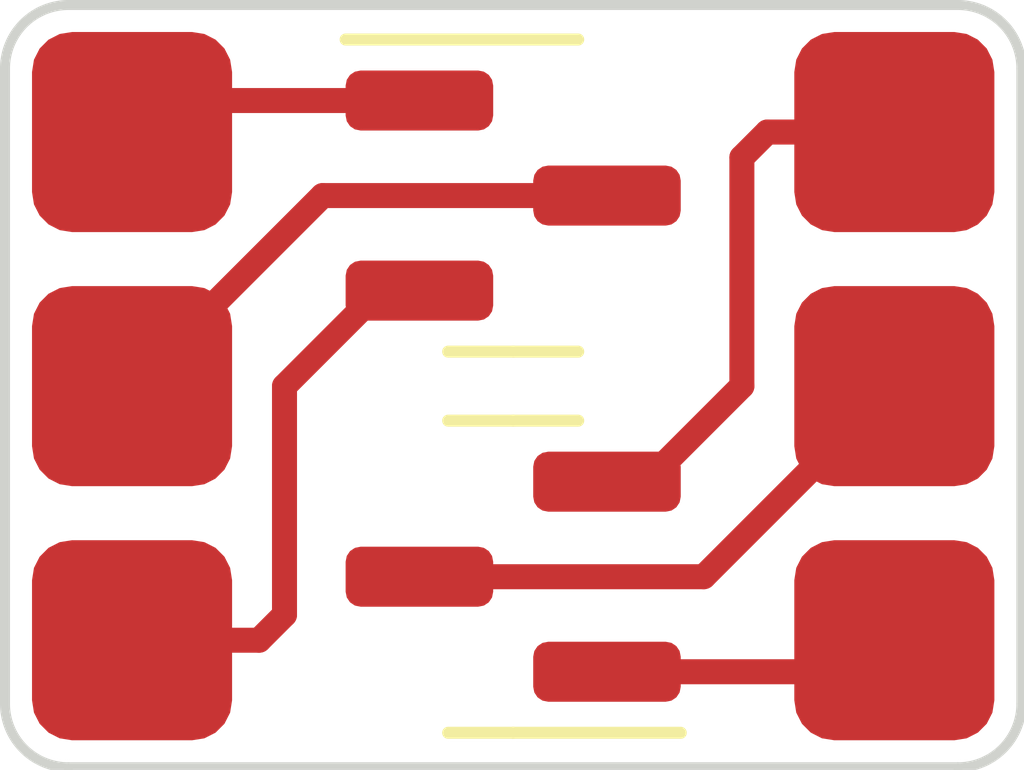
<source format=kicad_pcb>
(kicad_pcb (version 20221018) (generator pcbnew)
  (layers (0 "F.Cu" signal) (31 "B.Cu" signal) (34 "B.Paste" user) (35 "F.Paste" user) (36 "B.SilkS" user "B.Silkscreen") (37 "F.SilkS" user "F.Silkscreen") (38 "B.Mask" user) (39 "F.Mask" user) (44 "Edge.Cuts" user))
  (net 0 "")
  (net 1 "Net-(J1-Pin_1)")
  (net 2 "Net-(J2-Pin_1)")
  (net 3 "Net-(J3-Pin_1)")
  (net 4 "Net-(J4-Pin_1)")
  (net 5 "Net-(J5-Pin_1)")
  (net 6 "Net-(J6-Pin_1)")
  (footprint "CustSymbols:ManhattanPad" (layer "F.Cu") (at 162.56 101.6)
    (fp_text reference "J5" hide)
    (fp_text value "Conn_01x01_Pin" hide)
    (pad "1" smd roundrect (at 0 0) (size 2 2) (layers "F.Cu" "F.Paste" "F.Mask") (roundrect_rratio 0.2) (net 5 "Net-(J5-Pin_1)"))
  )
  (footprint "CustSymbols:ManhattanPad" (layer "F.Cu") (at 162.56 96.52)
    (fp_text reference "J6" hide)
    (fp_text value "Conn_01x01_Pin" hide)
    (pad "1" smd roundrect (at 0 0) (size 2 2) (layers "F.Cu" "F.Paste" "F.Mask") (roundrect_rratio 0.2) (net 6 "Net-(J6-Pin_1)"))
  )
  (footprint "CustSymbols:ManhattanPad" (layer "F.Cu") (at 154.94 96.52)
    (fp_text reference "J2" hide)
    (fp_text value "Conn_01x01_Pin" hide)
    (pad "1" smd roundrect (at 0 0) (size 2 2) (layers "F.Cu" "F.Paste" "F.Mask") (roundrect_rratio 0.2) (net 2 "Net-(J2-Pin_1)"))
  )
  (footprint "Package_TO_SOT_SMD:SOT-23" (layer "F.Cu") (at 158.75 100.965 180)
    (fp_text reference "Q2" hide)
    (fp_text value "BSS138" hide)
    (fp_line (start 0 -1.56) (end -1.675 -1.56) (stroke (width 0.12)) (layer "F.SilkS"))
    (fp_line (start 0 -1.56) (end 0.65 -1.56) (stroke (width 0.12)) (layer "F.SilkS"))
    (fp_line (start 0 1.56) (end -0.65 1.56) (stroke (width 0.12)) (layer "F.SilkS"))
    (fp_line (start 0 1.56) (end 0.65 1.56) (stroke (width 0.12)) (layer "F.SilkS"))
    (pad "1" smd roundrect (at -0.9375 -0.95 180) (size 1.475 0.6) (layers "F.Cu" "F.Paste" "F.Mask") (net 5 "Net-(J5-Pin_1)"))
    (pad "2" smd roundrect (at -0.9375 0.95 180) (size 1.475 0.6) (layers "F.Cu" "F.Paste" "F.Mask") (net 6 "Net-(J6-Pin_1)"))
    (pad "3" smd roundrect (at 0.9375 0 180) (size 1.475 0.6) (layers "F.Cu" "F.Paste" "F.Mask") (net 4 "Net-(J4-Pin_1)"))
  )
  (footprint "CustSymbols:ManhattanPad" (layer "F.Cu") (at 154.94 99.06)
    (fp_text reference "J1" hide)
    (fp_text value "Conn_01x01_Pin" hide)
    (pad "1" smd roundrect (at 0 0) (size 2 2) (layers "F.Cu" "F.Paste" "F.Mask") (roundrect_rratio 0.2) (net 1 "Net-(J1-Pin_1)"))
  )
  (footprint "CustSymbols:ManhattanPad" (layer "F.Cu") (at 154.94 101.6)
    (fp_text reference "J3" hide)
    (fp_text value "Conn_01x01_Pin" hide)
    (pad "1" smd roundrect (at 0 0) (size 2 2) (layers "F.Cu" "F.Paste" "F.Mask") (roundrect_rratio 0.2) (net 3 "Net-(J3-Pin_1)"))
  )
  (footprint "CustSymbols:ManhattanPad" (layer "F.Cu") (at 162.56 99.06)
    (fp_text reference "J4" hide)
    (fp_text value "Conn_01x01_Pin" hide)
    (pad "1" smd roundrect (at 0 0) (size 2 2) (layers "F.Cu" "F.Paste" "F.Mask") (roundrect_rratio 0.2) (net 4 "Net-(J4-Pin_1)"))
  )
  (footprint "Package_TO_SOT_SMD:SOT-23" (layer "F.Cu") (at 158.75 97.155)
    (fp_text reference "Q1" hide)
    (fp_text value "BSS138" hide)
    (fp_line (start 0 -1.56) (end -1.675 -1.56) (stroke (width 0.12)) (layer "F.SilkS"))
    (fp_line (start 0 -1.56) (end 0.65 -1.56) (stroke (width 0.12)) (layer "F.SilkS"))
    (fp_line (start 0 1.56) (end -0.65 1.56) (stroke (width 0.12)) (layer "F.SilkS"))
    (fp_line (start 0 1.56) (end 0.65 1.56) (stroke (width 0.12)) (layer "F.SilkS"))
    (pad "1" smd roundrect (at -0.9375 -0.95) (size 1.475 0.6) (layers "F.Cu" "F.Paste" "F.Mask") (net 2 "Net-(J2-Pin_1)"))
    (pad "2" smd roundrect (at -0.9375 0.95) (size 1.475 0.6) (layers "F.Cu" "F.Paste" "F.Mask") (net 3 "Net-(J3-Pin_1)"))
    (pad "3" smd roundrect (at 0.9375 0) (size 1.475 0.6) (layers "F.Cu" "F.Paste" "F.Mask") (net 1 "Net-(J1-Pin_1)"))
  )
  (gr_line (start 153.67 95.885) (end 153.67 102.235) (stroke (width 0.1)) (layer "Edge.Cuts"))
  (gr_line (start 154.305 102.87) (end 163.195 102.87) (stroke (width 0.1)) (layer "Edge.Cuts"))
  (gr_line (start 163.195 95.25) (end 154.305 95.25) (stroke (width 0.1)) (layer "Edge.Cuts"))
  (gr_arc (start 154.305 102.87) (mid 153.855987 102.684013) (end 153.67 102.235) (stroke (width 0.1)) (layer "Edge.Cuts"))
  (gr_arc (start 163.83 102.235) (mid 163.644013 102.684012) (end 163.195 102.87) (stroke (width 0.1)) (layer "Edge.Cuts"))
  (gr_line (start 163.83 102.235) (end 163.83 95.885) (stroke (width 0.1)) (layer "Edge.Cuts"))
  (gr_arc (start 153.67 95.885) (mid 153.855987 95.435987) (end 154.305 95.25) (stroke (width 0.1)) (layer "Edge.Cuts"))
  (gr_arc (start 163.195 95.25) (mid 163.644013 95.435987) (end 163.83 95.885) (stroke (width 0.1)) (layer "Edge.Cuts"))
  (segment (start 156.845 97.155) (end 154.94 99.06) (width 0.25) (layer "F.Cu") (net 1))
  (segment (start 159.6875 97.155) (end 156.845 97.155) (width 0.25) (layer "F.Cu") (net 1))
  (segment (start 155.255 96.205) (end 154.94 96.52) (width 0.25) (layer "F.Cu") (net 2))
  (segment (start 157.8125 96.205) (end 155.255 96.205) (width 0.25) (layer "F.Cu") (net 2))
  (segment (start 156.21 101.6) (end 154.94 101.6) (width 0.25) (layer "F.Cu") (net 3))
  (segment (start 157.8125 98.105) (end 157.419 98.105) (width 0.25) (layer "F.Cu") (net 3))
  (segment (start 157.419 98.105) (end 156.464 99.06) (width 0.25) (layer "F.Cu") (net 3))
  (segment (start 156.464 101.346) (end 156.21 101.6) (width 0.25) (layer "F.Cu") (net 3))
  (segment (start 156.464 99.06) (end 156.464 101.346) (width 0.25) (layer "F.Cu") (net 3))
  (segment (start 160.655 100.965) (end 162.56 99.06) (width 0.25) (layer "F.Cu") (net 4))
  (segment (start 157.8125 100.965) (end 160.655 100.965) (width 0.25) (layer "F.Cu") (net 4))
  (segment (start 162.245 101.915) (end 162.56 101.6) (width 0.25) (layer "F.Cu") (net 5))
  (segment (start 159.6875 101.915) (end 162.245 101.915) (width 0.25) (layer "F.Cu") (net 5))
  (segment (start 162.56 96.52) (end 161.29 96.52) (width 0.25) (layer "F.Cu") (net 6))
  (segment (start 161.29 96.52) (end 161.036 96.774) (width 0.25) (layer "F.Cu") (net 6))
  (segment (start 162.052 96.012) (end 162.56 96.52) (width 0.25) (layer "F.Cu") (net 6))
  (segment (start 160.081 100.015) (end 159.6875 100.015) (width 0.25) (layer "F.Cu") (net 6))
  (segment (start 161.036 96.774) (end 161.036 99.06) (width 0.25) (layer "F.Cu") (net 6))
  (segment (start 161.036 99.06) (end 160.081 100.015) (width 0.25) (layer "F.Cu") (net 6))
)
</source>
